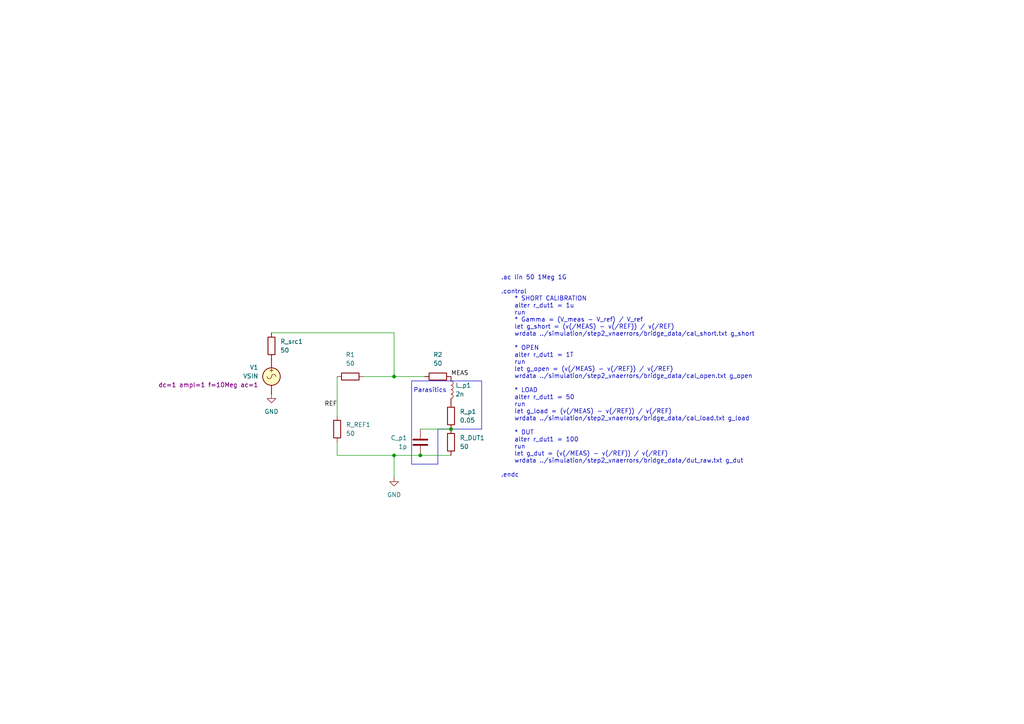
<source format=kicad_sch>
(kicad_sch
	(version 20250114)
	(generator "eeschema")
	(generator_version "9.0")
	(uuid "68e77dc1-cf0b-4f49-b351-3b946d4195f9")
	(paper "A4")
	(lib_symbols
		(symbol "Device:C"
			(pin_numbers
				(hide yes)
			)
			(pin_names
				(offset 0.254)
			)
			(exclude_from_sim no)
			(in_bom yes)
			(on_board yes)
			(property "Reference" "C"
				(at 0.635 2.54 0)
				(effects
					(font
						(size 1.27 1.27)
					)
					(justify left)
				)
			)
			(property "Value" "C"
				(at 0.635 -2.54 0)
				(effects
					(font
						(size 1.27 1.27)
					)
					(justify left)
				)
			)
			(property "Footprint" ""
				(at 0.9652 -3.81 0)
				(effects
					(font
						(size 1.27 1.27)
					)
					(hide yes)
				)
			)
			(property "Datasheet" "~"
				(at 0 0 0)
				(effects
					(font
						(size 1.27 1.27)
					)
					(hide yes)
				)
			)
			(property "Description" "Unpolarized capacitor"
				(at 0 0 0)
				(effects
					(font
						(size 1.27 1.27)
					)
					(hide yes)
				)
			)
			(property "ki_keywords" "cap capacitor"
				(at 0 0 0)
				(effects
					(font
						(size 1.27 1.27)
					)
					(hide yes)
				)
			)
			(property "ki_fp_filters" "C_*"
				(at 0 0 0)
				(effects
					(font
						(size 1.27 1.27)
					)
					(hide yes)
				)
			)
			(symbol "C_0_1"
				(polyline
					(pts
						(xy -2.032 0.762) (xy 2.032 0.762)
					)
					(stroke
						(width 0.508)
						(type default)
					)
					(fill
						(type none)
					)
				)
				(polyline
					(pts
						(xy -2.032 -0.762) (xy 2.032 -0.762)
					)
					(stroke
						(width 0.508)
						(type default)
					)
					(fill
						(type none)
					)
				)
			)
			(symbol "C_1_1"
				(pin passive line
					(at 0 3.81 270)
					(length 2.794)
					(name "~"
						(effects
							(font
								(size 1.27 1.27)
							)
						)
					)
					(number "1"
						(effects
							(font
								(size 1.27 1.27)
							)
						)
					)
				)
				(pin passive line
					(at 0 -3.81 90)
					(length 2.794)
					(name "~"
						(effects
							(font
								(size 1.27 1.27)
							)
						)
					)
					(number "2"
						(effects
							(font
								(size 1.27 1.27)
							)
						)
					)
				)
			)
			(embedded_fonts no)
		)
		(symbol "Device:L"
			(pin_numbers
				(hide yes)
			)
			(pin_names
				(offset 1.016)
				(hide yes)
			)
			(exclude_from_sim no)
			(in_bom yes)
			(on_board yes)
			(property "Reference" "L"
				(at -1.27 0 90)
				(effects
					(font
						(size 1.27 1.27)
					)
				)
			)
			(property "Value" "L"
				(at 1.905 0 90)
				(effects
					(font
						(size 1.27 1.27)
					)
				)
			)
			(property "Footprint" ""
				(at 0 0 0)
				(effects
					(font
						(size 1.27 1.27)
					)
					(hide yes)
				)
			)
			(property "Datasheet" "~"
				(at 0 0 0)
				(effects
					(font
						(size 1.27 1.27)
					)
					(hide yes)
				)
			)
			(property "Description" "Inductor"
				(at 0 0 0)
				(effects
					(font
						(size 1.27 1.27)
					)
					(hide yes)
				)
			)
			(property "ki_keywords" "inductor choke coil reactor magnetic"
				(at 0 0 0)
				(effects
					(font
						(size 1.27 1.27)
					)
					(hide yes)
				)
			)
			(property "ki_fp_filters" "Choke_* *Coil* Inductor_* L_*"
				(at 0 0 0)
				(effects
					(font
						(size 1.27 1.27)
					)
					(hide yes)
				)
			)
			(symbol "L_0_1"
				(arc
					(start 0 2.54)
					(mid 0.6323 1.905)
					(end 0 1.27)
					(stroke
						(width 0)
						(type default)
					)
					(fill
						(type none)
					)
				)
				(arc
					(start 0 1.27)
					(mid 0.6323 0.635)
					(end 0 0)
					(stroke
						(width 0)
						(type default)
					)
					(fill
						(type none)
					)
				)
				(arc
					(start 0 0)
					(mid 0.6323 -0.635)
					(end 0 -1.27)
					(stroke
						(width 0)
						(type default)
					)
					(fill
						(type none)
					)
				)
				(arc
					(start 0 -1.27)
					(mid 0.6323 -1.905)
					(end 0 -2.54)
					(stroke
						(width 0)
						(type default)
					)
					(fill
						(type none)
					)
				)
			)
			(symbol "L_1_1"
				(pin passive line
					(at 0 3.81 270)
					(length 1.27)
					(name "1"
						(effects
							(font
								(size 1.27 1.27)
							)
						)
					)
					(number "1"
						(effects
							(font
								(size 1.27 1.27)
							)
						)
					)
				)
				(pin passive line
					(at 0 -3.81 90)
					(length 1.27)
					(name "2"
						(effects
							(font
								(size 1.27 1.27)
							)
						)
					)
					(number "2"
						(effects
							(font
								(size 1.27 1.27)
							)
						)
					)
				)
			)
			(embedded_fonts no)
		)
		(symbol "Device:R"
			(pin_numbers
				(hide yes)
			)
			(pin_names
				(offset 0)
			)
			(exclude_from_sim no)
			(in_bom yes)
			(on_board yes)
			(property "Reference" "R"
				(at 2.032 0 90)
				(effects
					(font
						(size 1.27 1.27)
					)
				)
			)
			(property "Value" "R"
				(at 0 0 90)
				(effects
					(font
						(size 1.27 1.27)
					)
				)
			)
			(property "Footprint" ""
				(at -1.778 0 90)
				(effects
					(font
						(size 1.27 1.27)
					)
					(hide yes)
				)
			)
			(property "Datasheet" "~"
				(at 0 0 0)
				(effects
					(font
						(size 1.27 1.27)
					)
					(hide yes)
				)
			)
			(property "Description" "Resistor"
				(at 0 0 0)
				(effects
					(font
						(size 1.27 1.27)
					)
					(hide yes)
				)
			)
			(property "ki_keywords" "R res resistor"
				(at 0 0 0)
				(effects
					(font
						(size 1.27 1.27)
					)
					(hide yes)
				)
			)
			(property "ki_fp_filters" "R_*"
				(at 0 0 0)
				(effects
					(font
						(size 1.27 1.27)
					)
					(hide yes)
				)
			)
			(symbol "R_0_1"
				(rectangle
					(start -1.016 -2.54)
					(end 1.016 2.54)
					(stroke
						(width 0.254)
						(type default)
					)
					(fill
						(type none)
					)
				)
			)
			(symbol "R_1_1"
				(pin passive line
					(at 0 3.81 270)
					(length 1.27)
					(name "~"
						(effects
							(font
								(size 1.27 1.27)
							)
						)
					)
					(number "1"
						(effects
							(font
								(size 1.27 1.27)
							)
						)
					)
				)
				(pin passive line
					(at 0 -3.81 90)
					(length 1.27)
					(name "~"
						(effects
							(font
								(size 1.27 1.27)
							)
						)
					)
					(number "2"
						(effects
							(font
								(size 1.27 1.27)
							)
						)
					)
				)
			)
			(embedded_fonts no)
		)
		(symbol "Simulation_SPICE:VSIN"
			(pin_numbers
				(hide yes)
			)
			(pin_names
				(offset 0.0254)
			)
			(exclude_from_sim no)
			(in_bom yes)
			(on_board yes)
			(property "Reference" "V"
				(at 2.54 2.54 0)
				(effects
					(font
						(size 1.27 1.27)
					)
					(justify left)
				)
			)
			(property "Value" "VSIN"
				(at 2.54 0 0)
				(effects
					(font
						(size 1.27 1.27)
					)
					(justify left)
				)
			)
			(property "Footprint" ""
				(at 0 0 0)
				(effects
					(font
						(size 1.27 1.27)
					)
					(hide yes)
				)
			)
			(property "Datasheet" "https://ngspice.sourceforge.io/docs/ngspice-html-manual/manual.xhtml#sec_Independent_Sources_for"
				(at 0 0 0)
				(effects
					(font
						(size 1.27 1.27)
					)
					(hide yes)
				)
			)
			(property "Description" "Voltage source, sinusoidal"
				(at 0 0 0)
				(effects
					(font
						(size 1.27 1.27)
					)
					(hide yes)
				)
			)
			(property "Sim.Pins" "1=+ 2=-"
				(at 0 0 0)
				(effects
					(font
						(size 1.27 1.27)
					)
					(hide yes)
				)
			)
			(property "Sim.Params" "dc=0 ampl=1 f=1k ac=1"
				(at 2.54 -2.54 0)
				(effects
					(font
						(size 1.27 1.27)
					)
					(justify left)
				)
			)
			(property "Sim.Type" "SIN"
				(at 0 0 0)
				(effects
					(font
						(size 1.27 1.27)
					)
					(hide yes)
				)
			)
			(property "Sim.Device" "V"
				(at 0 0 0)
				(effects
					(font
						(size 1.27 1.27)
					)
					(justify left)
					(hide yes)
				)
			)
			(property "ki_keywords" "simulation ac vac"
				(at 0 0 0)
				(effects
					(font
						(size 1.27 1.27)
					)
					(hide yes)
				)
			)
			(symbol "VSIN_0_0"
				(arc
					(start -1.27 0)
					(mid -0.635 0.6323)
					(end 0 0)
					(stroke
						(width 0)
						(type default)
					)
					(fill
						(type none)
					)
				)
				(arc
					(start 1.27 0)
					(mid 0.635 -0.6323)
					(end 0 0)
					(stroke
						(width 0)
						(type default)
					)
					(fill
						(type none)
					)
				)
				(text "+"
					(at 0 1.905 0)
					(effects
						(font
							(size 1.27 1.27)
						)
					)
				)
			)
			(symbol "VSIN_0_1"
				(circle
					(center 0 0)
					(radius 2.54)
					(stroke
						(width 0.254)
						(type default)
					)
					(fill
						(type background)
					)
				)
			)
			(symbol "VSIN_1_1"
				(pin passive line
					(at 0 5.08 270)
					(length 2.54)
					(name "~"
						(effects
							(font
								(size 1.27 1.27)
							)
						)
					)
					(number "1"
						(effects
							(font
								(size 1.27 1.27)
							)
						)
					)
				)
				(pin passive line
					(at 0 -5.08 90)
					(length 2.54)
					(name "~"
						(effects
							(font
								(size 1.27 1.27)
							)
						)
					)
					(number "2"
						(effects
							(font
								(size 1.27 1.27)
							)
						)
					)
				)
			)
			(embedded_fonts no)
		)
		(symbol "power:GND"
			(power)
			(pin_numbers
				(hide yes)
			)
			(pin_names
				(offset 0)
				(hide yes)
			)
			(exclude_from_sim no)
			(in_bom yes)
			(on_board yes)
			(property "Reference" "#PWR"
				(at 0 -6.35 0)
				(effects
					(font
						(size 1.27 1.27)
					)
					(hide yes)
				)
			)
			(property "Value" "GND"
				(at 0 -3.81 0)
				(effects
					(font
						(size 1.27 1.27)
					)
				)
			)
			(property "Footprint" ""
				(at 0 0 0)
				(effects
					(font
						(size 1.27 1.27)
					)
					(hide yes)
				)
			)
			(property "Datasheet" ""
				(at 0 0 0)
				(effects
					(font
						(size 1.27 1.27)
					)
					(hide yes)
				)
			)
			(property "Description" "Power symbol creates a global label with name \"GND\" , ground"
				(at 0 0 0)
				(effects
					(font
						(size 1.27 1.27)
					)
					(hide yes)
				)
			)
			(property "ki_keywords" "global power"
				(at 0 0 0)
				(effects
					(font
						(size 1.27 1.27)
					)
					(hide yes)
				)
			)
			(symbol "GND_0_1"
				(polyline
					(pts
						(xy 0 0) (xy 0 -1.27) (xy 1.27 -1.27) (xy 0 -2.54) (xy -1.27 -1.27) (xy 0 -1.27)
					)
					(stroke
						(width 0)
						(type default)
					)
					(fill
						(type none)
					)
				)
			)
			(symbol "GND_1_1"
				(pin power_in line
					(at 0 0 270)
					(length 0)
					(name "~"
						(effects
							(font
								(size 1.27 1.27)
							)
						)
					)
					(number "1"
						(effects
							(font
								(size 1.27 1.27)
							)
						)
					)
				)
			)
			(embedded_fonts no)
		)
	)
	(text "Parasitics"
		(exclude_from_sim yes)
		(at 124.714 113.284 0)
		(effects
			(font
				(size 1.27 1.27)
			)
		)
		(uuid "af38f9a2-7cff-421b-a1c6-9e416700d178")
	)
	(text ".ac lin 50 1Meg 1G\n\n.control\n    * SHORT CALIBRATION\n    alter r_dut1 = 1u          \n    run\n    * Gamma = (V_meas - V_ref) / V_ref\n    let g_short = (v(/MEAS) - v(/REF)) / v(/REF)\n    wrdata ../simulation/step2_vnaerrors/bridge_data/cal_short.txt g_short\n    \n    * OPEN\n    alter r_dut1 = 1T         \n    run\n    let g_open = (v(/MEAS) - v(/REF)) / v(/REF)\n    wrdata ../simulation/step2_vnaerrors/bridge_data/cal_open.txt g_open\n    \n    * LOAD\n    alter r_dut1 = 50\n    run\n    let g_load = (v(/MEAS) - v(/REF)) / v(/REF)\n    wrdata ../simulation/step2_vnaerrors/bridge_data/cal_load.txt g_load\n    \n    * DUT\n    alter r_dut1 = 100\n    run\n    let g_dut = (v(/MEAS) - v(/REF)) / v(/REF)\n    wrdata ../simulation/step2_vnaerrors/bridge_data/dut_raw.txt g_dut\n\n.endc"
		(exclude_from_sim no)
		(at 145.288 109.22 0)
		(effects
			(font
				(size 1.27 1.27)
			)
			(justify left)
		)
		(uuid "f46a7514-e1f2-4f59-9f1d-61e9797e72ef")
	)
	(junction
		(at 114.3 132.08)
		(diameter 0)
		(color 0 0 0 0)
		(uuid "001d3704-16c0-4919-93ea-eebe44fe5ae8")
	)
	(junction
		(at 121.92 132.08)
		(diameter 0)
		(color 0 0 0 0)
		(uuid "2a807d04-3ce1-4120-abd8-f54eefeade6c")
	)
	(junction
		(at 130.81 124.46)
		(diameter 0)
		(color 0 0 0 0)
		(uuid "51b104ec-5b31-405c-a1f1-44d64e03febb")
	)
	(junction
		(at 114.3 109.22)
		(diameter 0)
		(color 0 0 0 0)
		(uuid "b5ffff5a-4cbd-453f-a79d-978527eff49f")
	)
	(wire
		(pts
			(xy 114.3 132.08) (xy 114.3 138.43)
		)
		(stroke
			(width 0)
			(type default)
		)
		(uuid "078b6496-6bf2-4217-b8ee-344139adc643")
	)
	(wire
		(pts
			(xy 105.41 109.22) (xy 114.3 109.22)
		)
		(stroke
			(width 0)
			(type default)
		)
		(uuid "274ac82d-c3ce-418d-96cb-fd84708bc67b")
	)
	(wire
		(pts
			(xy 121.92 132.08) (xy 130.81 132.08)
		)
		(stroke
			(width 0)
			(type default)
		)
		(uuid "4151c7fb-d9d7-4940-b2f2-f97f3ebaae4e")
	)
	(wire
		(pts
			(xy 114.3 109.22) (xy 123.19 109.22)
		)
		(stroke
			(width 0)
			(type default)
		)
		(uuid "5344b3d7-c7c7-4024-bdcc-166cb36693e4")
	)
	(polyline
		(pts
			(xy 139.7 124.46) (xy 139.7 110.49)
		)
		(stroke
			(width 0)
			(type default)
		)
		(uuid "57b3af62-3a51-4e2f-9820-f787ce4fc6d0")
	)
	(polyline
		(pts
			(xy 119.38 110.49) (xy 119.38 134.62)
		)
		(stroke
			(width 0)
			(type default)
		)
		(uuid "5b078f86-08a3-4568-b387-9ba5c4f972f2")
	)
	(wire
		(pts
			(xy 114.3 96.52) (xy 114.3 109.22)
		)
		(stroke
			(width 0)
			(type default)
		)
		(uuid "5b2ecb1d-7ba6-4ae2-9c75-e453e0262945")
	)
	(wire
		(pts
			(xy 121.92 124.46) (xy 130.81 124.46)
		)
		(stroke
			(width 0)
			(type default)
		)
		(uuid "7da6d2d2-46b3-4bac-9910-b96d6c772360")
	)
	(polyline
		(pts
			(xy 139.7 110.49) (xy 119.38 110.49)
		)
		(stroke
			(width 0)
			(type default)
		)
		(uuid "970078a9-789b-4454-95d4-41df59768ad7")
	)
	(polyline
		(pts
			(xy 119.38 134.62) (xy 127 134.62)
		)
		(stroke
			(width 0)
			(type default)
		)
		(uuid "9a8a5e3e-c39f-406c-87ba-b9e74a5b7c3b")
	)
	(polyline
		(pts
			(xy 127 124.46) (xy 139.7 124.46)
		)
		(stroke
			(width 0)
			(type default)
		)
		(uuid "b2d26f93-c836-41fb-89b3-b246aa951fc9")
	)
	(wire
		(pts
			(xy 97.79 109.22) (xy 97.79 120.65)
		)
		(stroke
			(width 0)
			(type default)
		)
		(uuid "c0680cdb-7f64-4df4-9c37-bcdec7792582")
	)
	(wire
		(pts
			(xy 97.79 132.08) (xy 114.3 132.08)
		)
		(stroke
			(width 0)
			(type default)
		)
		(uuid "cbb0af21-68d3-429a-992d-f42b68748b57")
	)
	(wire
		(pts
			(xy 78.74 96.52) (xy 114.3 96.52)
		)
		(stroke
			(width 0)
			(type default)
		)
		(uuid "d39f577f-0b26-44c9-bd96-b2b78b87701f")
	)
	(wire
		(pts
			(xy 114.3 132.08) (xy 121.92 132.08)
		)
		(stroke
			(width 0)
			(type default)
		)
		(uuid "ed68c7c6-9972-4330-84fd-946f9f6116bb")
	)
	(wire
		(pts
			(xy 97.79 128.27) (xy 97.79 132.08)
		)
		(stroke
			(width 0)
			(type default)
		)
		(uuid "ef93cb34-8874-4e80-be76-3d94517b9ab6")
	)
	(polyline
		(pts
			(xy 127 134.62) (xy 127 124.46)
		)
		(stroke
			(width 0)
			(type default)
		)
		(uuid "fce623f1-c055-4cf3-a45f-5ff4d2d7aa7c")
	)
	(label "MEAS"
		(at 130.81 109.22 0)
		(effects
			(font
				(size 1.27 1.27)
			)
			(justify left bottom)
		)
		(uuid "2c60fe1f-96ea-437b-a48d-d4e721658aaf")
	)
	(label "REF"
		(at 97.79 118.11 180)
		(effects
			(font
				(size 1.27 1.27)
			)
			(justify right bottom)
		)
		(uuid "4244c53b-4559-415a-9e27-b8bda74cd9b2")
	)
	(symbol
		(lib_id "Device:R")
		(at 130.81 120.65 180)
		(unit 1)
		(exclude_from_sim no)
		(in_bom yes)
		(on_board yes)
		(dnp no)
		(fields_autoplaced yes)
		(uuid "2522bbb4-a7a6-49dd-aa77-44e103135d7f")
		(property "Reference" "R_p1"
			(at 133.35 119.3799 0)
			(effects
				(font
					(size 1.27 1.27)
				)
				(justify right)
			)
		)
		(property "Value" "0.05"
			(at 133.35 121.9199 0)
			(effects
				(font
					(size 1.27 1.27)
				)
				(justify right)
			)
		)
		(property "Footprint" ""
			(at 132.588 120.65 90)
			(effects
				(font
					(size 1.27 1.27)
				)
				(hide yes)
			)
		)
		(property "Datasheet" "~"
			(at 130.81 120.65 0)
			(effects
				(font
					(size 1.27 1.27)
				)
				(hide yes)
			)
		)
		(property "Description" "Resistor"
			(at 130.81 120.65 0)
			(effects
				(font
					(size 1.27 1.27)
				)
				(hide yes)
			)
		)
		(pin "1"
			(uuid "cca1f6cd-a255-466a-9569-c55ba0f37c09")
		)
		(pin "2"
			(uuid "63d09351-e866-44a6-8ba8-0ec1abbecca5")
		)
		(instances
			(project "step2b_vna_RLB"
				(path "/68e77dc1-cf0b-4f49-b351-3b946d4195f9"
					(reference "R_p1")
					(unit 1)
				)
			)
		)
	)
	(symbol
		(lib_id "Device:R")
		(at 127 109.22 90)
		(unit 1)
		(exclude_from_sim no)
		(in_bom yes)
		(on_board yes)
		(dnp no)
		(fields_autoplaced yes)
		(uuid "43b5b367-f2a6-45ef-a048-889405d5b732")
		(property "Reference" "R2"
			(at 127 102.87 90)
			(effects
				(font
					(size 1.27 1.27)
				)
			)
		)
		(property "Value" "50"
			(at 127 105.41 90)
			(effects
				(font
					(size 1.27 1.27)
				)
			)
		)
		(property "Footprint" ""
			(at 127 110.998 90)
			(effects
				(font
					(size 1.27 1.27)
				)
				(hide yes)
			)
		)
		(property "Datasheet" "~"
			(at 127 109.22 0)
			(effects
				(font
					(size 1.27 1.27)
				)
				(hide yes)
			)
		)
		(property "Description" "Resistor"
			(at 127 109.22 0)
			(effects
				(font
					(size 1.27 1.27)
				)
				(hide yes)
			)
		)
		(pin "1"
			(uuid "67a2d489-dcd2-492a-b32b-16bd5bde15ba")
		)
		(pin "2"
			(uuid "eefea2d4-a1a2-44f1-a001-9c823ecf47f0")
		)
		(instances
			(project "step2b_vna_RLB"
				(path "/68e77dc1-cf0b-4f49-b351-3b946d4195f9"
					(reference "R2")
					(unit 1)
				)
			)
		)
	)
	(symbol
		(lib_id "power:GND")
		(at 114.3 138.43 0)
		(unit 1)
		(exclude_from_sim no)
		(in_bom yes)
		(on_board yes)
		(dnp no)
		(fields_autoplaced yes)
		(uuid "451c2435-d032-45e7-a16f-61f150a19f34")
		(property "Reference" "#PWR03"
			(at 114.3 144.78 0)
			(effects
				(font
					(size 1.27 1.27)
				)
				(hide yes)
			)
		)
		(property "Value" "GND"
			(at 114.3 143.51 0)
			(effects
				(font
					(size 1.27 1.27)
				)
			)
		)
		(property "Footprint" ""
			(at 114.3 138.43 0)
			(effects
				(font
					(size 1.27 1.27)
				)
				(hide yes)
			)
		)
		(property "Datasheet" ""
			(at 114.3 138.43 0)
			(effects
				(font
					(size 1.27 1.27)
				)
				(hide yes)
			)
		)
		(property "Description" "Power symbol creates a global label with name \"GND\" , ground"
			(at 114.3 138.43 0)
			(effects
				(font
					(size 1.27 1.27)
				)
				(hide yes)
			)
		)
		(pin "1"
			(uuid "6d1d7f93-3ec6-4301-97d0-9190dc588e64")
		)
		(instances
			(project "step2b_vna_RLB"
				(path "/68e77dc1-cf0b-4f49-b351-3b946d4195f9"
					(reference "#PWR03")
					(unit 1)
				)
			)
		)
	)
	(symbol
		(lib_id "Device:L")
		(at 130.81 113.03 0)
		(unit 1)
		(exclude_from_sim no)
		(in_bom yes)
		(on_board yes)
		(dnp no)
		(fields_autoplaced yes)
		(uuid "8948623b-84b2-44ec-a918-44f694361939")
		(property "Reference" "L_p1"
			(at 132.08 111.7599 0)
			(effects
				(font
					(size 1.27 1.27)
				)
				(justify left)
			)
		)
		(property "Value" "2n"
			(at 132.08 114.2999 0)
			(effects
				(font
					(size 1.27 1.27)
				)
				(justify left)
			)
		)
		(property "Footprint" ""
			(at 130.81 113.03 0)
			(effects
				(font
					(size 1.27 1.27)
				)
				(hide yes)
			)
		)
		(property "Datasheet" "~"
			(at 130.81 113.03 0)
			(effects
				(font
					(size 1.27 1.27)
				)
				(hide yes)
			)
		)
		(property "Description" "Inductor"
			(at 130.81 113.03 0)
			(effects
				(font
					(size 1.27 1.27)
				)
				(hide yes)
			)
		)
		(pin "1"
			(uuid "abdab833-8af8-45dd-84e5-e9a1b3c2127d")
		)
		(pin "2"
			(uuid "ed066e7e-f2c4-4503-b42a-c6d837f44bdb")
		)
		(instances
			(project ""
				(path "/68e77dc1-cf0b-4f49-b351-3b946d4195f9"
					(reference "L_p1")
					(unit 1)
				)
			)
		)
	)
	(symbol
		(lib_id "power:GND")
		(at 78.74 114.3 0)
		(unit 1)
		(exclude_from_sim no)
		(in_bom yes)
		(on_board yes)
		(dnp no)
		(fields_autoplaced yes)
		(uuid "a7e88138-7eea-49fa-9ac8-695a92d54c21")
		(property "Reference" "#PWR01"
			(at 78.74 120.65 0)
			(effects
				(font
					(size 1.27 1.27)
				)
				(hide yes)
			)
		)
		(property "Value" "GND"
			(at 78.74 119.38 0)
			(effects
				(font
					(size 1.27 1.27)
				)
			)
		)
		(property "Footprint" ""
			(at 78.74 114.3 0)
			(effects
				(font
					(size 1.27 1.27)
				)
				(hide yes)
			)
		)
		(property "Datasheet" ""
			(at 78.74 114.3 0)
			(effects
				(font
					(size 1.27 1.27)
				)
				(hide yes)
			)
		)
		(property "Description" "Power symbol creates a global label with name \"GND\" , ground"
			(at 78.74 114.3 0)
			(effects
				(font
					(size 1.27 1.27)
				)
				(hide yes)
			)
		)
		(pin "1"
			(uuid "ba85ce30-7a63-4c43-b338-ebac80836fbf")
		)
		(instances
			(project "step2b_vna_RLB"
				(path "/68e77dc1-cf0b-4f49-b351-3b946d4195f9"
					(reference "#PWR01")
					(unit 1)
				)
			)
		)
	)
	(symbol
		(lib_id "Device:R")
		(at 101.6 109.22 270)
		(unit 1)
		(exclude_from_sim no)
		(in_bom yes)
		(on_board yes)
		(dnp no)
		(fields_autoplaced yes)
		(uuid "bcf9ba7a-fade-4580-825d-fa87d4bbb165")
		(property "Reference" "R1"
			(at 101.6 102.87 90)
			(effects
				(font
					(size 1.27 1.27)
				)
			)
		)
		(property "Value" "50"
			(at 101.6 105.41 90)
			(effects
				(font
					(size 1.27 1.27)
				)
			)
		)
		(property "Footprint" ""
			(at 101.6 107.442 90)
			(effects
				(font
					(size 1.27 1.27)
				)
				(hide yes)
			)
		)
		(property "Datasheet" "~"
			(at 101.6 109.22 0)
			(effects
				(font
					(size 1.27 1.27)
				)
				(hide yes)
			)
		)
		(property "Description" "Resistor"
			(at 101.6 109.22 0)
			(effects
				(font
					(size 1.27 1.27)
				)
				(hide yes)
			)
		)
		(pin "1"
			(uuid "4bff4949-68dc-4f22-98c3-b8f33d7fd6fa")
		)
		(pin "2"
			(uuid "19413bb0-ad8e-4428-a8ab-59c52fbf75a4")
		)
		(instances
			(project "step2b_vna_RLB"
				(path "/68e77dc1-cf0b-4f49-b351-3b946d4195f9"
					(reference "R1")
					(unit 1)
				)
			)
		)
	)
	(symbol
		(lib_id "Device:R")
		(at 78.74 100.33 0)
		(unit 1)
		(exclude_from_sim no)
		(in_bom yes)
		(on_board yes)
		(dnp no)
		(fields_autoplaced yes)
		(uuid "c0d0ba35-49fc-4e2d-81b0-35f28e3c6da0")
		(property "Reference" "R_src1"
			(at 81.28 99.0599 0)
			(effects
				(font
					(size 1.27 1.27)
				)
				(justify left)
			)
		)
		(property "Value" "50"
			(at 81.28 101.5999 0)
			(effects
				(font
					(size 1.27 1.27)
				)
				(justify left)
			)
		)
		(property "Footprint" ""
			(at 76.962 100.33 90)
			(effects
				(font
					(size 1.27 1.27)
				)
				(hide yes)
			)
		)
		(property "Datasheet" "~"
			(at 78.74 100.33 0)
			(effects
				(font
					(size 1.27 1.27)
				)
				(hide yes)
			)
		)
		(property "Description" "Resistor"
			(at 78.74 100.33 0)
			(effects
				(font
					(size 1.27 1.27)
				)
				(hide yes)
			)
		)
		(pin "1"
			(uuid "791b13c9-d2de-4fa3-992f-5c64ac025066")
		)
		(pin "2"
			(uuid "30ea3f7c-6cd3-4c87-815c-3cc2a7976ac7")
		)
		(instances
			(project "step2b_vna_RLB"
				(path "/68e77dc1-cf0b-4f49-b351-3b946d4195f9"
					(reference "R_src1")
					(unit 1)
				)
			)
		)
	)
	(symbol
		(lib_id "Device:C")
		(at 121.92 128.27 0)
		(mirror y)
		(unit 1)
		(exclude_from_sim no)
		(in_bom yes)
		(on_board yes)
		(dnp no)
		(uuid "c161a923-6d35-481e-b4df-e9745089da5a")
		(property "Reference" "C_p1"
			(at 118.11 126.9999 0)
			(effects
				(font
					(size 1.27 1.27)
				)
				(justify left)
			)
		)
		(property "Value" "1p"
			(at 118.11 129.5399 0)
			(effects
				(font
					(size 1.27 1.27)
				)
				(justify left)
			)
		)
		(property "Footprint" ""
			(at 120.9548 132.08 0)
			(effects
				(font
					(size 1.27 1.27)
				)
				(hide yes)
			)
		)
		(property "Datasheet" "~"
			(at 121.92 128.27 0)
			(effects
				(font
					(size 1.27 1.27)
				)
				(hide yes)
			)
		)
		(property "Description" "Unpolarized capacitor"
			(at 121.92 128.27 0)
			(effects
				(font
					(size 1.27 1.27)
				)
				(hide yes)
			)
		)
		(pin "1"
			(uuid "fc3c3343-85fb-431d-9b97-720bd72827a4")
		)
		(pin "2"
			(uuid "0012532f-22ce-4bd0-a514-d543deb3ba15")
		)
		(instances
			(project ""
				(path "/68e77dc1-cf0b-4f49-b351-3b946d4195f9"
					(reference "C_p1")
					(unit 1)
				)
			)
		)
	)
	(symbol
		(lib_id "Simulation_SPICE:VSIN")
		(at 78.74 109.22 0)
		(mirror y)
		(unit 1)
		(exclude_from_sim no)
		(in_bom yes)
		(on_board yes)
		(dnp no)
		(uuid "dd6dc635-1a8c-49a0-93c1-d739e16645e0")
		(property "Reference" "V1"
			(at 74.93 106.5501 0)
			(effects
				(font
					(size 1.27 1.27)
				)
				(justify left)
			)
		)
		(property "Value" "VSIN"
			(at 74.93 109.0901 0)
			(effects
				(font
					(size 1.27 1.27)
				)
				(justify left)
			)
		)
		(property "Footprint" ""
			(at 78.74 109.22 0)
			(effects
				(font
					(size 1.27 1.27)
				)
				(hide yes)
			)
		)
		(property "Datasheet" "https://ngspice.sourceforge.io/docs/ngspice-html-manual/manual.xhtml#sec_Independent_Sources_for"
			(at 78.74 109.22 0)
			(effects
				(font
					(size 1.27 1.27)
				)
				(hide yes)
			)
		)
		(property "Description" "Voltage source, sinusoidal"
			(at 78.74 109.22 0)
			(effects
				(font
					(size 1.27 1.27)
				)
				(hide yes)
			)
		)
		(property "Sim.Pins" "1=+ 2=-"
			(at 78.74 109.22 0)
			(effects
				(font
					(size 1.27 1.27)
				)
				(hide yes)
			)
		)
		(property "Sim.Params" "dc=1 ampl=1 f=10Meg ac=1"
			(at 74.93 111.6301 0)
			(effects
				(font
					(size 1.27 1.27)
				)
				(justify left)
			)
		)
		(property "Sim.Type" "SIN"
			(at 78.74 109.22 0)
			(effects
				(font
					(size 1.27 1.27)
				)
				(hide yes)
			)
		)
		(property "Sim.Device" "V"
			(at 78.74 109.22 0)
			(effects
				(font
					(size 1.27 1.27)
				)
				(justify left)
				(hide yes)
			)
		)
		(pin "1"
			(uuid "76cc38ae-00ee-4daa-8fc0-0e41ce62b9a6")
		)
		(pin "2"
			(uuid "6637ce44-838a-411b-8aaa-e86a6866177a")
		)
		(instances
			(project "step2b_vna_RLB"
				(path "/68e77dc1-cf0b-4f49-b351-3b946d4195f9"
					(reference "V1")
					(unit 1)
				)
			)
		)
	)
	(symbol
		(lib_id "Device:R")
		(at 97.79 124.46 180)
		(unit 1)
		(exclude_from_sim no)
		(in_bom yes)
		(on_board yes)
		(dnp no)
		(fields_autoplaced yes)
		(uuid "e413624b-926a-42b3-bce2-9bd3ecfd234c")
		(property "Reference" "R_REF1"
			(at 100.33 123.1899 0)
			(effects
				(font
					(size 1.27 1.27)
				)
				(justify right)
			)
		)
		(property "Value" "50"
			(at 100.33 125.7299 0)
			(effects
				(font
					(size 1.27 1.27)
				)
				(justify right)
			)
		)
		(property "Footprint" ""
			(at 99.568 124.46 90)
			(effects
				(font
					(size 1.27 1.27)
				)
				(hide yes)
			)
		)
		(property "Datasheet" "~"
			(at 97.79 124.46 0)
			(effects
				(font
					(size 1.27 1.27)
				)
				(hide yes)
			)
		)
		(property "Description" "Resistor"
			(at 97.79 124.46 0)
			(effects
				(font
					(size 1.27 1.27)
				)
				(hide yes)
			)
		)
		(pin "1"
			(uuid "f28c79bd-4f2b-442e-82f6-c358c5af855d")
		)
		(pin "2"
			(uuid "8fa9cbb5-16c2-4816-a5a5-e781fc6bc744")
		)
		(instances
			(project "step2b_vna_RLB"
				(path "/68e77dc1-cf0b-4f49-b351-3b946d4195f9"
					(reference "R_REF1")
					(unit 1)
				)
			)
		)
	)
	(symbol
		(lib_id "Device:R")
		(at 130.81 128.27 180)
		(unit 1)
		(exclude_from_sim no)
		(in_bom yes)
		(on_board yes)
		(dnp no)
		(fields_autoplaced yes)
		(uuid "ed4dd8ca-6e47-4708-9848-0f93eb7312e1")
		(property "Reference" "R_DUT1"
			(at 133.35 126.9999 0)
			(effects
				(font
					(size 1.27 1.27)
				)
				(justify right)
			)
		)
		(property "Value" "50"
			(at 133.35 129.5399 0)
			(effects
				(font
					(size 1.27 1.27)
				)
				(justify right)
			)
		)
		(property "Footprint" ""
			(at 132.588 128.27 90)
			(effects
				(font
					(size 1.27 1.27)
				)
				(hide yes)
			)
		)
		(property "Datasheet" "~"
			(at 130.81 128.27 0)
			(effects
				(font
					(size 1.27 1.27)
				)
				(hide yes)
			)
		)
		(property "Description" "Resistor"
			(at 130.81 128.27 0)
			(effects
				(font
					(size 1.27 1.27)
				)
				(hide yes)
			)
		)
		(pin "1"
			(uuid "565ad659-a70f-427b-b7a4-b2bd4e25338e")
		)
		(pin "2"
			(uuid "80247d2e-69b3-4f06-9ad2-e89e13014e50")
		)
		(instances
			(project "step2b_vna_RLB"
				(path "/68e77dc1-cf0b-4f49-b351-3b946d4195f9"
					(reference "R_DUT1")
					(unit 1)
				)
			)
		)
	)
	(sheet_instances
		(path "/"
			(page "1")
		)
	)
	(embedded_fonts no)
)

</source>
